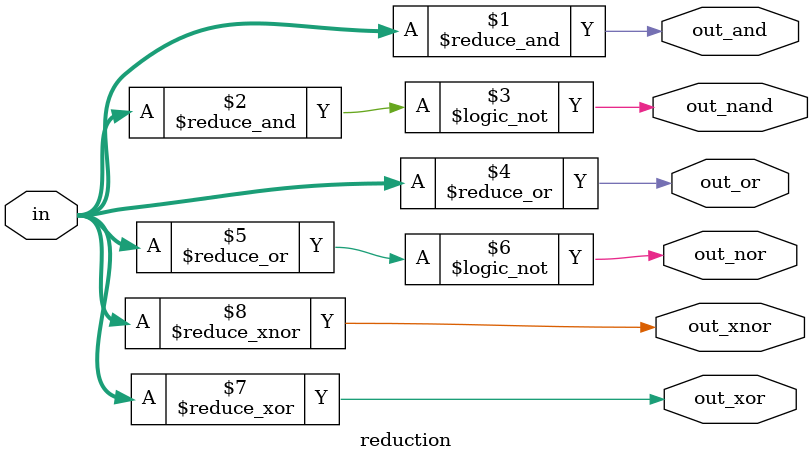
<source format=v>
module reduction (
   input [1:0] in,
   output      out_and,
   output      out_nand,
   output      out_or,
   output      out_nor,
   output      out_xor,
   output      out_xnor
   );
   
   assign out_and  = &in;  
   assign out_nand = ~&in;  
   assign out_or   = |in;  
   assign out_nor  = ~|in;  
   assign out_xor  = ^in;  
   assign out_xnor = ~^in;
   
endmodule

</source>
